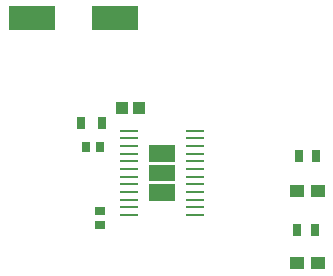
<source format=gtp>
G04*
G04 #@! TF.GenerationSoftware,Altium Limited,Altium Designer,19.1.8 (144)*
G04*
G04 Layer_Color=8421504*
%FSLAX25Y25*%
%MOIN*%
G70*
G01*
G75*
%ADD15R,0.03150X0.03937*%
%ADD16R,0.15748X0.07874*%
%ADD17R,0.06100X0.01000*%
%ADD18R,0.03937X0.04331*%
%ADD19R,0.02559X0.04134*%
%ADD20R,0.03150X0.03543*%
%ADD21R,0.03543X0.03150*%
%ADD22R,0.04921X0.04331*%
G36*
X109806Y54906D02*
X101194D01*
Y49294D01*
X109806D01*
Y54906D01*
D02*
G37*
G36*
Y61306D02*
X101194D01*
Y55694D01*
X109806D01*
Y61306D01*
D02*
G37*
G36*
Y67706D02*
X101194D01*
Y62094D01*
X109806D01*
Y67706D01*
D02*
G37*
D15*
X156953Y64000D02*
D03*
X151047D02*
D03*
X150547Y39500D02*
D03*
X156453D02*
D03*
D16*
X62024Y110000D02*
D03*
X89976D02*
D03*
D17*
X116524Y72575D02*
D03*
Y70016D02*
D03*
Y67457D02*
D03*
Y64898D02*
D03*
Y62339D02*
D03*
Y59780D02*
D03*
Y57220D02*
D03*
Y54661D02*
D03*
Y52102D02*
D03*
Y49543D02*
D03*
Y46984D02*
D03*
Y44425D02*
D03*
X94476D02*
D03*
Y46984D02*
D03*
Y49543D02*
D03*
Y52102D02*
D03*
Y54661D02*
D03*
Y57220D02*
D03*
Y59780D02*
D03*
Y62339D02*
D03*
Y64898D02*
D03*
Y67457D02*
D03*
Y70016D02*
D03*
Y72575D02*
D03*
D18*
X97854Y80000D02*
D03*
X92146D02*
D03*
D19*
X85346Y75000D02*
D03*
X78654D02*
D03*
D20*
X80039Y67000D02*
D03*
X84961D02*
D03*
D21*
X85000Y45961D02*
D03*
Y41039D02*
D03*
D22*
X157346Y52500D02*
D03*
X150654D02*
D03*
Y28500D02*
D03*
X157346D02*
D03*
M02*

</source>
